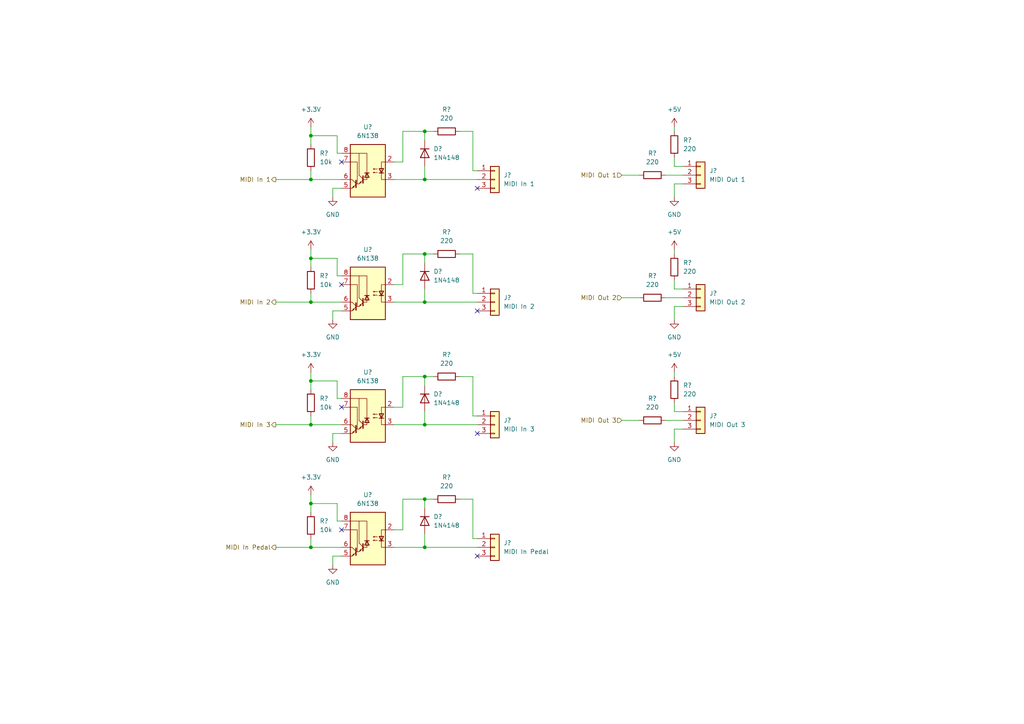
<source format=kicad_sch>
(kicad_sch (version 20211123) (generator eeschema)

  (uuid 4779ae58-6455-4376-b8e3-66e6fddf7949)

  (paper "A4")

  (lib_symbols
    (symbol "Connector_Generic:Conn_01x03" (pin_names (offset 1.016) hide) (in_bom yes) (on_board yes)
      (property "Reference" "J" (id 0) (at 0 5.08 0)
        (effects (font (size 1.27 1.27)))
      )
      (property "Value" "Conn_01x03" (id 1) (at 0 -5.08 0)
        (effects (font (size 1.27 1.27)))
      )
      (property "Footprint" "" (id 2) (at 0 0 0)
        (effects (font (size 1.27 1.27)) hide)
      )
      (property "Datasheet" "~" (id 3) (at 0 0 0)
        (effects (font (size 1.27 1.27)) hide)
      )
      (property "ki_keywords" "connector" (id 4) (at 0 0 0)
        (effects (font (size 1.27 1.27)) hide)
      )
      (property "ki_description" "Generic connector, single row, 01x03, script generated (kicad-library-utils/schlib/autogen/connector/)" (id 5) (at 0 0 0)
        (effects (font (size 1.27 1.27)) hide)
      )
      (property "ki_fp_filters" "Connector*:*_1x??_*" (id 6) (at 0 0 0)
        (effects (font (size 1.27 1.27)) hide)
      )
      (symbol "Conn_01x03_1_1"
        (rectangle (start -1.27 -2.413) (end 0 -2.667)
          (stroke (width 0.1524) (type default) (color 0 0 0 0))
          (fill (type none))
        )
        (rectangle (start -1.27 0.127) (end 0 -0.127)
          (stroke (width 0.1524) (type default) (color 0 0 0 0))
          (fill (type none))
        )
        (rectangle (start -1.27 2.667) (end 0 2.413)
          (stroke (width 0.1524) (type default) (color 0 0 0 0))
          (fill (type none))
        )
        (rectangle (start -1.27 3.81) (end 1.27 -3.81)
          (stroke (width 0.254) (type default) (color 0 0 0 0))
          (fill (type background))
        )
        (pin passive line (at -5.08 2.54 0) (length 3.81)
          (name "Pin_1" (effects (font (size 1.27 1.27))))
          (number "1" (effects (font (size 1.27 1.27))))
        )
        (pin passive line (at -5.08 0 0) (length 3.81)
          (name "Pin_2" (effects (font (size 1.27 1.27))))
          (number "2" (effects (font (size 1.27 1.27))))
        )
        (pin passive line (at -5.08 -2.54 0) (length 3.81)
          (name "Pin_3" (effects (font (size 1.27 1.27))))
          (number "3" (effects (font (size 1.27 1.27))))
        )
      )
    )
    (symbol "Device:R" (pin_numbers hide) (pin_names (offset 0)) (in_bom yes) (on_board yes)
      (property "Reference" "R" (id 0) (at 2.032 0 90)
        (effects (font (size 1.27 1.27)))
      )
      (property "Value" "R" (id 1) (at 0 0 90)
        (effects (font (size 1.27 1.27)))
      )
      (property "Footprint" "" (id 2) (at -1.778 0 90)
        (effects (font (size 1.27 1.27)) hide)
      )
      (property "Datasheet" "~" (id 3) (at 0 0 0)
        (effects (font (size 1.27 1.27)) hide)
      )
      (property "ki_keywords" "R res resistor" (id 4) (at 0 0 0)
        (effects (font (size 1.27 1.27)) hide)
      )
      (property "ki_description" "Resistor" (id 5) (at 0 0 0)
        (effects (font (size 1.27 1.27)) hide)
      )
      (property "ki_fp_filters" "R_*" (id 6) (at 0 0 0)
        (effects (font (size 1.27 1.27)) hide)
      )
      (symbol "R_0_1"
        (rectangle (start -1.016 -2.54) (end 1.016 2.54)
          (stroke (width 0.254) (type default) (color 0 0 0 0))
          (fill (type none))
        )
      )
      (symbol "R_1_1"
        (pin passive line (at 0 3.81 270) (length 1.27)
          (name "~" (effects (font (size 1.27 1.27))))
          (number "1" (effects (font (size 1.27 1.27))))
        )
        (pin passive line (at 0 -3.81 90) (length 1.27)
          (name "~" (effects (font (size 1.27 1.27))))
          (number "2" (effects (font (size 1.27 1.27))))
        )
      )
    )
    (symbol "Diode:1N4148" (pin_numbers hide) (pin_names hide) (in_bom yes) (on_board yes)
      (property "Reference" "D" (id 0) (at 0 2.54 0)
        (effects (font (size 1.27 1.27)))
      )
      (property "Value" "1N4148" (id 1) (at 0 -2.54 0)
        (effects (font (size 1.27 1.27)))
      )
      (property "Footprint" "Diode_THT:D_DO-35_SOD27_P7.62mm_Horizontal" (id 2) (at 0 0 0)
        (effects (font (size 1.27 1.27)) hide)
      )
      (property "Datasheet" "https://assets.nexperia.com/documents/data-sheet/1N4148_1N4448.pdf" (id 3) (at 0 0 0)
        (effects (font (size 1.27 1.27)) hide)
      )
      (property "ki_keywords" "diode" (id 4) (at 0 0 0)
        (effects (font (size 1.27 1.27)) hide)
      )
      (property "ki_description" "100V 0.15A standard switching diode, DO-35" (id 5) (at 0 0 0)
        (effects (font (size 1.27 1.27)) hide)
      )
      (property "ki_fp_filters" "D*DO?35*" (id 6) (at 0 0 0)
        (effects (font (size 1.27 1.27)) hide)
      )
      (symbol "1N4148_0_1"
        (polyline
          (pts
            (xy -1.27 1.27)
            (xy -1.27 -1.27)
          )
          (stroke (width 0.254) (type default) (color 0 0 0 0))
          (fill (type none))
        )
        (polyline
          (pts
            (xy 1.27 0)
            (xy -1.27 0)
          )
          (stroke (width 0) (type default) (color 0 0 0 0))
          (fill (type none))
        )
        (polyline
          (pts
            (xy 1.27 1.27)
            (xy 1.27 -1.27)
            (xy -1.27 0)
            (xy 1.27 1.27)
          )
          (stroke (width 0.254) (type default) (color 0 0 0 0))
          (fill (type none))
        )
      )
      (symbol "1N4148_1_1"
        (pin passive line (at -3.81 0 0) (length 2.54)
          (name "K" (effects (font (size 1.27 1.27))))
          (number "1" (effects (font (size 1.27 1.27))))
        )
        (pin passive line (at 3.81 0 180) (length 2.54)
          (name "A" (effects (font (size 1.27 1.27))))
          (number "2" (effects (font (size 1.27 1.27))))
        )
      )
    )
    (symbol "Isolator:6N138" (pin_names (offset 1.016) hide) (in_bom yes) (on_board yes)
      (property "Reference" "U" (id 0) (at -4.064 8.89 0)
        (effects (font (size 1.27 1.27)))
      )
      (property "Value" "6N138" (id 1) (at 2.286 8.89 0)
        (effects (font (size 1.27 1.27)))
      )
      (property "Footprint" "" (id 2) (at 7.366 -7.62 0)
        (effects (font (size 1.27 1.27)) hide)
      )
      (property "Datasheet" "http://www.onsemi.com/pub/Collateral/HCPL2731-D.pdf" (id 3) (at 7.366 -7.62 0)
        (effects (font (size 1.27 1.27)) hide)
      )
      (property "ki_keywords" "darlington optocoupler" (id 4) (at 0 0 0)
        (effects (font (size 1.27 1.27)) hide)
      )
      (property "ki_description" "Low Input Current high Gain Split Darlington Optocouplers, -0.5V to 7V VDD, DIP-8" (id 5) (at 0 0 0)
        (effects (font (size 1.27 1.27)) hide)
      )
      (property "ki_fp_filters" "DIP*W7.62mm* SMDIP*W9.53mm*" (id 6) (at 0 0 0)
        (effects (font (size 1.27 1.27)) hide)
      )
      (symbol "6N138_0_1"
        (rectangle (start -5.08 7.62) (end 5.08 -7.62)
          (stroke (width 0.254) (type default) (color 0 0 0 0))
          (fill (type background))
        )
        (polyline
          (pts
            (xy -4.572 -0.635)
            (xy -3.302 -0.635)
          )
          (stroke (width 0.254) (type default) (color 0 0 0 0))
          (fill (type none))
        )
        (polyline
          (pts
            (xy 0.889 -0.635)
            (xy -0.381 -0.635)
          )
          (stroke (width 0.254) (type default) (color 0 0 0 0))
          (fill (type none))
        )
        (polyline
          (pts
            (xy 1.397 -2.667)
            (xy 2.54 -3.81)
          )
          (stroke (width 0) (type default) (color 0 0 0 0))
          (fill (type none))
        )
        (polyline
          (pts
            (xy 1.397 -2.413)
            (xy 2.54 -1.27)
          )
          (stroke (width 0) (type default) (color 0 0 0 0))
          (fill (type none))
        )
        (polyline
          (pts
            (xy 2.54 -3.81)
            (xy 3.175 -3.81)
          )
          (stroke (width 0) (type default) (color 0 0 0 0))
          (fill (type none))
        )
        (polyline
          (pts
            (xy 3.429 -3.937)
            (xy 4.572 -5.08)
          )
          (stroke (width 0) (type default) (color 0 0 0 0))
          (fill (type none))
        )
        (polyline
          (pts
            (xy 3.429 -3.683)
            (xy 4.572 -2.54)
          )
          (stroke (width 0) (type default) (color 0 0 0 0))
          (fill (type none))
        )
        (polyline
          (pts
            (xy 4.572 -5.08)
            (xy 5.08 -5.08)
          )
          (stroke (width 0) (type default) (color 0 0 0 0))
          (fill (type none))
        )
        (polyline
          (pts
            (xy 4.572 -2.54)
            (xy 5.08 -2.54)
          )
          (stroke (width 0) (type default) (color 0 0 0 0))
          (fill (type none))
        )
        (polyline
          (pts
            (xy 1.397 -1.524)
            (xy 1.397 -3.556)
            (xy 1.397 -3.556)
          )
          (stroke (width 0.3556) (type default) (color 0 0 0 0))
          (fill (type none))
        )
        (polyline
          (pts
            (xy 2.54 -1.27)
            (xy 2.54 5.08)
            (xy 5.08 5.08)
          )
          (stroke (width 0) (type default) (color 0 0 0 0))
          (fill (type none))
        )
        (polyline
          (pts
            (xy 3.429 -2.794)
            (xy 3.429 -4.826)
            (xy 3.429 -4.826)
          )
          (stroke (width 0.3556) (type default) (color 0 0 0 0))
          (fill (type none))
        )
        (polyline
          (pts
            (xy 5.08 2.54)
            (xy 3.048 2.54)
            (xy 3.048 -3.81)
          )
          (stroke (width 0) (type default) (color 0 0 0 0))
          (fill (type none))
        )
        (polyline
          (pts
            (xy -5.08 -2.54)
            (xy -3.937 -2.54)
            (xy -3.937 2.54)
            (xy -5.08 2.54)
          )
          (stroke (width 0) (type default) (color 0 0 0 0))
          (fill (type none))
        )
        (polyline
          (pts
            (xy -3.937 -0.635)
            (xy -4.572 0.635)
            (xy -3.302 0.635)
            (xy -3.937 -0.635)
          )
          (stroke (width 0.254) (type default) (color 0 0 0 0))
          (fill (type none))
        )
        (polyline
          (pts
            (xy 0.254 -0.635)
            (xy 0.889 -1.905)
            (xy -0.381 -1.905)
            (xy 0.254 -0.635)
          )
          (stroke (width 0.254) (type default) (color 0 0 0 0))
          (fill (type none))
        )
        (polyline
          (pts
            (xy 1.27 -2.54)
            (xy 0.254 -2.54)
            (xy 0.254 5.08)
            (xy 2.54 5.08)
          )
          (stroke (width 0) (type default) (color 0 0 0 0))
          (fill (type none))
        )
        (polyline
          (pts
            (xy 2.413 -3.683)
            (xy 2.159 -3.175)
            (xy 1.905 -3.429)
            (xy 2.413 -3.683)
          )
          (stroke (width 0) (type default) (color 0 0 0 0))
          (fill (type none))
        )
        (polyline
          (pts
            (xy 4.445 -4.953)
            (xy 4.191 -4.445)
            (xy 3.937 -4.699)
            (xy 4.445 -4.953)
          )
          (stroke (width 0) (type default) (color 0 0 0 0))
          (fill (type none))
        )
        (polyline
          (pts
            (xy -2.794 -0.508)
            (xy -1.524 -0.508)
            (xy -1.905 -0.635)
            (xy -1.905 -0.381)
            (xy -1.524 -0.508)
          )
          (stroke (width 0) (type default) (color 0 0 0 0))
          (fill (type none))
        )
        (polyline
          (pts
            (xy -2.794 0.508)
            (xy -1.524 0.508)
            (xy -1.905 0.381)
            (xy -1.905 0.635)
            (xy -1.524 0.508)
          )
          (stroke (width 0) (type default) (color 0 0 0 0))
          (fill (type none))
        )
      )
      (symbol "6N138_1_1"
        (pin no_connect line (at -5.08 5.08 0) (length 2.54) hide
          (name "NC" (effects (font (size 1.27 1.27))))
          (number "1" (effects (font (size 1.27 1.27))))
        )
        (pin passive line (at -7.62 2.54 0) (length 2.54)
          (name "C1" (effects (font (size 1.27 1.27))))
          (number "2" (effects (font (size 1.27 1.27))))
        )
        (pin passive line (at -7.62 -2.54 0) (length 2.54)
          (name "C2" (effects (font (size 1.27 1.27))))
          (number "3" (effects (font (size 1.27 1.27))))
        )
        (pin no_connect line (at -5.08 -5.08 0) (length 2.54) hide
          (name "NC" (effects (font (size 1.27 1.27))))
          (number "4" (effects (font (size 1.27 1.27))))
        )
        (pin passive line (at 7.62 -5.08 180) (length 2.54)
          (name "GND" (effects (font (size 1.27 1.27))))
          (number "5" (effects (font (size 1.27 1.27))))
        )
        (pin passive line (at 7.62 -2.54 180) (length 2.54)
          (name "VO2" (effects (font (size 1.27 1.27))))
          (number "6" (effects (font (size 1.27 1.27))))
        )
        (pin passive line (at 7.62 2.54 180) (length 2.54)
          (name "VO1" (effects (font (size 1.27 1.27))))
          (number "7" (effects (font (size 1.27 1.27))))
        )
        (pin passive line (at 7.62 5.08 180) (length 2.54)
          (name "VCC" (effects (font (size 1.27 1.27))))
          (number "8" (effects (font (size 1.27 1.27))))
        )
      )
    )
    (symbol "power:+3.3V" (power) (pin_names (offset 0)) (in_bom yes) (on_board yes)
      (property "Reference" "#PWR" (id 0) (at 0 -3.81 0)
        (effects (font (size 1.27 1.27)) hide)
      )
      (property "Value" "+3.3V" (id 1) (at 0 3.556 0)
        (effects (font (size 1.27 1.27)))
      )
      (property "Footprint" "" (id 2) (at 0 0 0)
        (effects (font (size 1.27 1.27)) hide)
      )
      (property "Datasheet" "" (id 3) (at 0 0 0)
        (effects (font (size 1.27 1.27)) hide)
      )
      (property "ki_keywords" "power-flag" (id 4) (at 0 0 0)
        (effects (font (size 1.27 1.27)) hide)
      )
      (property "ki_description" "Power symbol creates a global label with name \"+3.3V\"" (id 5) (at 0 0 0)
        (effects (font (size 1.27 1.27)) hide)
      )
      (symbol "+3.3V_0_1"
        (polyline
          (pts
            (xy -0.762 1.27)
            (xy 0 2.54)
          )
          (stroke (width 0) (type default) (color 0 0 0 0))
          (fill (type none))
        )
        (polyline
          (pts
            (xy 0 0)
            (xy 0 2.54)
          )
          (stroke (width 0) (type default) (color 0 0 0 0))
          (fill (type none))
        )
        (polyline
          (pts
            (xy 0 2.54)
            (xy 0.762 1.27)
          )
          (stroke (width 0) (type default) (color 0 0 0 0))
          (fill (type none))
        )
      )
      (symbol "+3.3V_1_1"
        (pin power_in line (at 0 0 90) (length 0) hide
          (name "+3.3V" (effects (font (size 1.27 1.27))))
          (number "1" (effects (font (size 1.27 1.27))))
        )
      )
    )
    (symbol "power:+5V" (power) (pin_names (offset 0)) (in_bom yes) (on_board yes)
      (property "Reference" "#PWR" (id 0) (at 0 -3.81 0)
        (effects (font (size 1.27 1.27)) hide)
      )
      (property "Value" "+5V" (id 1) (at 0 3.556 0)
        (effects (font (size 1.27 1.27)))
      )
      (property "Footprint" "" (id 2) (at 0 0 0)
        (effects (font (size 1.27 1.27)) hide)
      )
      (property "Datasheet" "" (id 3) (at 0 0 0)
        (effects (font (size 1.27 1.27)) hide)
      )
      (property "ki_keywords" "power-flag" (id 4) (at 0 0 0)
        (effects (font (size 1.27 1.27)) hide)
      )
      (property "ki_description" "Power symbol creates a global label with name \"+5V\"" (id 5) (at 0 0 0)
        (effects (font (size 1.27 1.27)) hide)
      )
      (symbol "+5V_0_1"
        (polyline
          (pts
            (xy -0.762 1.27)
            (xy 0 2.54)
          )
          (stroke (width 0) (type default) (color 0 0 0 0))
          (fill (type none))
        )
        (polyline
          (pts
            (xy 0 0)
            (xy 0 2.54)
          )
          (stroke (width 0) (type default) (color 0 0 0 0))
          (fill (type none))
        )
        (polyline
          (pts
            (xy 0 2.54)
            (xy 0.762 1.27)
          )
          (stroke (width 0) (type default) (color 0 0 0 0))
          (fill (type none))
        )
      )
      (symbol "+5V_1_1"
        (pin power_in line (at 0 0 90) (length 0) hide
          (name "+5V" (effects (font (size 1.27 1.27))))
          (number "1" (effects (font (size 1.27 1.27))))
        )
      )
    )
    (symbol "power:GND" (power) (pin_names (offset 0)) (in_bom yes) (on_board yes)
      (property "Reference" "#PWR" (id 0) (at 0 -6.35 0)
        (effects (font (size 1.27 1.27)) hide)
      )
      (property "Value" "GND" (id 1) (at 0 -3.81 0)
        (effects (font (size 1.27 1.27)))
      )
      (property "Footprint" "" (id 2) (at 0 0 0)
        (effects (font (size 1.27 1.27)) hide)
      )
      (property "Datasheet" "" (id 3) (at 0 0 0)
        (effects (font (size 1.27 1.27)) hide)
      )
      (property "ki_keywords" "power-flag" (id 4) (at 0 0 0)
        (effects (font (size 1.27 1.27)) hide)
      )
      (property "ki_description" "Power symbol creates a global label with name \"GND\" , ground" (id 5) (at 0 0 0)
        (effects (font (size 1.27 1.27)) hide)
      )
      (symbol "GND_0_1"
        (polyline
          (pts
            (xy 0 0)
            (xy 0 -1.27)
            (xy 1.27 -1.27)
            (xy 0 -2.54)
            (xy -1.27 -1.27)
            (xy 0 -1.27)
          )
          (stroke (width 0) (type default) (color 0 0 0 0))
          (fill (type none))
        )
      )
      (symbol "GND_1_1"
        (pin power_in line (at 0 0 270) (length 0) hide
          (name "GND" (effects (font (size 1.27 1.27))))
          (number "1" (effects (font (size 1.27 1.27))))
        )
      )
    )
  )

  (junction (at 90.17 39.37) (diameter 0) (color 0 0 0 0)
    (uuid 210d4271-f4d6-48dd-a74f-14e8817b3ba1)
  )
  (junction (at 90.17 146.05) (diameter 0) (color 0 0 0 0)
    (uuid 26eadf2e-04f8-4515-832e-e2d26ed3335a)
  )
  (junction (at 90.17 52.07) (diameter 0) (color 0 0 0 0)
    (uuid 339ef85b-f1c5-4b26-aa10-c4f62865e8a3)
  )
  (junction (at 90.17 123.19) (diameter 0) (color 0 0 0 0)
    (uuid 3e983fc8-bdb4-4306-b185-b1ce824120ba)
  )
  (junction (at 123.19 144.78) (diameter 0) (color 0 0 0 0)
    (uuid 555cbba6-86c5-443b-aad6-91b7cb95dcb1)
  )
  (junction (at 90.17 87.63) (diameter 0) (color 0 0 0 0)
    (uuid 6830c747-0a10-4967-af0d-a48feaa89f31)
  )
  (junction (at 90.17 158.75) (diameter 0) (color 0 0 0 0)
    (uuid 7fea5c07-9099-4b0d-83fe-0d8d77d6a6b9)
  )
  (junction (at 123.19 87.63) (diameter 0) (color 0 0 0 0)
    (uuid a615c872-e6c3-4b2d-9808-887b68cebf62)
  )
  (junction (at 123.19 52.07) (diameter 0) (color 0 0 0 0)
    (uuid b1db2f0a-f55e-424f-92e4-bb8f4825d791)
  )
  (junction (at 123.19 73.66) (diameter 0) (color 0 0 0 0)
    (uuid b815eb8b-8d92-4d30-81c0-919d9c9cf52c)
  )
  (junction (at 123.19 123.19) (diameter 0) (color 0 0 0 0)
    (uuid bf62561c-d204-4dd5-8fe8-b368f017fdb7)
  )
  (junction (at 90.17 110.49) (diameter 0) (color 0 0 0 0)
    (uuid deb8ff06-ec78-48db-82e8-1e43af31d68a)
  )
  (junction (at 123.19 109.22) (diameter 0) (color 0 0 0 0)
    (uuid e065fb3a-f30e-4991-8dc8-25f1ba8783fd)
  )
  (junction (at 123.19 38.1) (diameter 0) (color 0 0 0 0)
    (uuid e0722dfd-2b4c-43cf-ab02-250ba5c54177)
  )
  (junction (at 123.19 158.75) (diameter 0) (color 0 0 0 0)
    (uuid e302eb99-cfdd-497a-98bd-d49fc01b4fc1)
  )
  (junction (at 90.17 74.93) (diameter 0) (color 0 0 0 0)
    (uuid f2cab15a-6794-44e6-900d-083163a59396)
  )

  (no_connect (at 99.06 118.11) (uuid 06aab128-03d4-4b48-b8df-2dd511422baa))
  (no_connect (at 99.06 46.99) (uuid 0fe205d5-d233-45c1-9778-f4548713e46e))
  (no_connect (at 138.43 161.29) (uuid 56390c46-efc2-4615-9aef-d4303967f20b))
  (no_connect (at 99.06 82.55) (uuid 88bff9df-2cb3-497a-b04d-9a960f69ba38))
  (no_connect (at 138.43 90.17) (uuid 9338fad3-87fe-4f5c-95ed-8bb5b66a071e))
  (no_connect (at 138.43 125.73) (uuid c680d0b1-3462-45cd-a3da-0e072f65be64))
  (no_connect (at 99.06 153.67) (uuid db82b939-af14-43bf-8865-9d960fbebf2b))
  (no_connect (at 138.43 54.61) (uuid ebf1d293-3c0b-411c-87b9-559e05044375))

  (wire (pts (xy 180.34 50.8) (xy 185.42 50.8))
    (stroke (width 0) (type default) (color 0 0 0 0))
    (uuid 0006b14d-762a-4d75-ae83-fb0841c3a5e9)
  )
  (wire (pts (xy 80.01 52.07) (xy 90.17 52.07))
    (stroke (width 0) (type default) (color 0 0 0 0))
    (uuid 05978150-a626-411a-bc7c-dd6f87195a3b)
  )
  (wire (pts (xy 80.01 87.63) (xy 90.17 87.63))
    (stroke (width 0) (type default) (color 0 0 0 0))
    (uuid 06644c64-4575-49d5-811b-0b72925e61f6)
  )
  (wire (pts (xy 123.19 119.38) (xy 123.19 123.19))
    (stroke (width 0) (type default) (color 0 0 0 0))
    (uuid 067ff001-643d-41f5-a389-52d580f9d8b5)
  )
  (wire (pts (xy 123.19 52.07) (xy 138.43 52.07))
    (stroke (width 0) (type default) (color 0 0 0 0))
    (uuid 0715adc1-ad3b-47ae-9c86-4288a556ee43)
  )
  (wire (pts (xy 138.43 120.65) (xy 137.16 120.65))
    (stroke (width 0) (type default) (color 0 0 0 0))
    (uuid 083c2fc3-0329-4522-86d2-b2f20684046e)
  )
  (wire (pts (xy 97.79 44.45) (xy 97.79 39.37))
    (stroke (width 0) (type default) (color 0 0 0 0))
    (uuid 08848e73-896d-4cac-a892-0eec9808fa5b)
  )
  (wire (pts (xy 116.84 118.11) (xy 116.84 109.22))
    (stroke (width 0) (type default) (color 0 0 0 0))
    (uuid 0abe80c9-e192-46a7-bfe1-02646e6642a7)
  )
  (wire (pts (xy 123.19 73.66) (xy 123.19 76.2))
    (stroke (width 0) (type default) (color 0 0 0 0))
    (uuid 0aed3aba-72ca-40e7-b966-be99d4a121c8)
  )
  (wire (pts (xy 123.19 123.19) (xy 138.43 123.19))
    (stroke (width 0) (type default) (color 0 0 0 0))
    (uuid 0c9a7e4f-622e-4174-a145-7e87e08861c1)
  )
  (wire (pts (xy 96.52 163.83) (xy 96.52 161.29))
    (stroke (width 0) (type default) (color 0 0 0 0))
    (uuid 0e452701-f8e8-4e6e-8541-36a163512562)
  )
  (wire (pts (xy 123.19 154.94) (xy 123.19 158.75))
    (stroke (width 0) (type default) (color 0 0 0 0))
    (uuid 12a5d452-7fb9-4b2e-b926-8681b19a3032)
  )
  (wire (pts (xy 123.19 38.1) (xy 123.19 40.64))
    (stroke (width 0) (type default) (color 0 0 0 0))
    (uuid 14b924e7-fa8d-4745-96e1-0adfc8822b8d)
  )
  (wire (pts (xy 96.52 57.15) (xy 96.52 54.61))
    (stroke (width 0) (type default) (color 0 0 0 0))
    (uuid 16b6fde3-5487-45d5-add2-6c66fd648d55)
  )
  (wire (pts (xy 90.17 110.49) (xy 97.79 110.49))
    (stroke (width 0) (type default) (color 0 0 0 0))
    (uuid 16bcf0d9-793d-4f2c-a89f-7f4f91c0a385)
  )
  (wire (pts (xy 90.17 74.93) (xy 97.79 74.93))
    (stroke (width 0) (type default) (color 0 0 0 0))
    (uuid 1b2c2d2e-2672-4971-b065-d83bc284a474)
  )
  (wire (pts (xy 90.17 49.53) (xy 90.17 52.07))
    (stroke (width 0) (type default) (color 0 0 0 0))
    (uuid 1f7a3821-a000-4519-84fc-8d2769af9aa9)
  )
  (wire (pts (xy 90.17 143.51) (xy 90.17 146.05))
    (stroke (width 0) (type default) (color 0 0 0 0))
    (uuid 21f49561-1e0c-4896-94bb-0a6945d3a80c)
  )
  (wire (pts (xy 137.16 49.53) (xy 137.16 38.1))
    (stroke (width 0) (type default) (color 0 0 0 0))
    (uuid 23d6c8fe-8326-4089-92d1-c765123f31fb)
  )
  (wire (pts (xy 123.19 144.78) (xy 125.73 144.78))
    (stroke (width 0) (type default) (color 0 0 0 0))
    (uuid 26b91253-acaa-451e-9b6a-fe5d59071a06)
  )
  (wire (pts (xy 90.17 146.05) (xy 90.17 148.59))
    (stroke (width 0) (type default) (color 0 0 0 0))
    (uuid 27cff0d5-0af5-4eed-a70a-4978009fbafa)
  )
  (wire (pts (xy 116.84 82.55) (xy 116.84 73.66))
    (stroke (width 0) (type default) (color 0 0 0 0))
    (uuid 2839aab5-6a9a-4045-bdf8-81c96d7f45cb)
  )
  (wire (pts (xy 193.04 121.92) (xy 198.12 121.92))
    (stroke (width 0) (type default) (color 0 0 0 0))
    (uuid 29fbcd74-df9d-43f1-aae7-13f6e3c1a681)
  )
  (wire (pts (xy 97.79 80.01) (xy 97.79 74.93))
    (stroke (width 0) (type default) (color 0 0 0 0))
    (uuid 2b118ed8-470f-4954-b070-e6b7a70da82f)
  )
  (wire (pts (xy 114.3 123.19) (xy 123.19 123.19))
    (stroke (width 0) (type default) (color 0 0 0 0))
    (uuid 31844d17-dd94-404a-881f-eaba80a79aa4)
  )
  (wire (pts (xy 137.16 120.65) (xy 137.16 109.22))
    (stroke (width 0) (type default) (color 0 0 0 0))
    (uuid 320fdb86-8072-4188-9e5d-1268beaca02a)
  )
  (wire (pts (xy 99.06 44.45) (xy 97.79 44.45))
    (stroke (width 0) (type default) (color 0 0 0 0))
    (uuid 32af7a64-0142-49b0-a971-91d67a6bc8ed)
  )
  (wire (pts (xy 123.19 109.22) (xy 125.73 109.22))
    (stroke (width 0) (type default) (color 0 0 0 0))
    (uuid 337554c9-a290-4567-9d7b-355b232ae921)
  )
  (wire (pts (xy 96.52 125.73) (xy 99.06 125.73))
    (stroke (width 0) (type default) (color 0 0 0 0))
    (uuid 36d9fa02-e019-4682-9b7a-ad1e46d27090)
  )
  (wire (pts (xy 193.04 86.36) (xy 198.12 86.36))
    (stroke (width 0) (type default) (color 0 0 0 0))
    (uuid 37f2ddd1-be2b-43e9-9958-9c6b98b77232)
  )
  (wire (pts (xy 99.06 151.13) (xy 97.79 151.13))
    (stroke (width 0) (type default) (color 0 0 0 0))
    (uuid 3c787a28-fe74-4152-b681-be00d2b4bdd1)
  )
  (wire (pts (xy 195.58 45.72) (xy 195.58 48.26))
    (stroke (width 0) (type default) (color 0 0 0 0))
    (uuid 3d9fdb42-a218-4c02-ab28-4e6b6d8ec532)
  )
  (wire (pts (xy 90.17 74.93) (xy 90.17 77.47))
    (stroke (width 0) (type default) (color 0 0 0 0))
    (uuid 404fc792-295d-4246-a888-6a3ee5341474)
  )
  (wire (pts (xy 90.17 123.19) (xy 99.06 123.19))
    (stroke (width 0) (type default) (color 0 0 0 0))
    (uuid 43bacc80-3a00-47e9-acc0-8bd93445c79d)
  )
  (wire (pts (xy 195.58 48.26) (xy 198.12 48.26))
    (stroke (width 0) (type default) (color 0 0 0 0))
    (uuid 46204493-edd5-4bf0-a3e9-e6e5d65861c7)
  )
  (wire (pts (xy 97.79 115.57) (xy 97.79 110.49))
    (stroke (width 0) (type default) (color 0 0 0 0))
    (uuid 4695ed37-8a9c-4066-a7a2-87b12037dda9)
  )
  (wire (pts (xy 96.52 54.61) (xy 99.06 54.61))
    (stroke (width 0) (type default) (color 0 0 0 0))
    (uuid 496263f2-a88d-4b27-8d47-5fb19f49c429)
  )
  (wire (pts (xy 195.58 116.84) (xy 195.58 119.38))
    (stroke (width 0) (type default) (color 0 0 0 0))
    (uuid 4c84debc-0cb3-48d6-83d1-3040382ecfbc)
  )
  (wire (pts (xy 114.3 158.75) (xy 123.19 158.75))
    (stroke (width 0) (type default) (color 0 0 0 0))
    (uuid 4d3bcfa9-6aad-4bac-8bd3-3bd8a77e69eb)
  )
  (wire (pts (xy 195.58 83.82) (xy 198.12 83.82))
    (stroke (width 0) (type default) (color 0 0 0 0))
    (uuid 51999ffb-6ec1-43de-9853-233e25866aa4)
  )
  (wire (pts (xy 137.16 109.22) (xy 133.35 109.22))
    (stroke (width 0) (type default) (color 0 0 0 0))
    (uuid 545ea97b-bd44-4109-aa85-ec2daf372c2f)
  )
  (wire (pts (xy 116.84 38.1) (xy 123.19 38.1))
    (stroke (width 0) (type default) (color 0 0 0 0))
    (uuid 602de9ab-1128-4d99-a2b0-9afe05ffb794)
  )
  (wire (pts (xy 116.84 46.99) (xy 116.84 38.1))
    (stroke (width 0) (type default) (color 0 0 0 0))
    (uuid 618ae9b6-7a2c-4f4e-850e-e1d55c998546)
  )
  (wire (pts (xy 90.17 39.37) (xy 97.79 39.37))
    (stroke (width 0) (type default) (color 0 0 0 0))
    (uuid 6445f226-aca7-40ae-8362-e6a973dd3822)
  )
  (wire (pts (xy 96.52 90.17) (xy 99.06 90.17))
    (stroke (width 0) (type default) (color 0 0 0 0))
    (uuid 64526254-4d63-4448-a5d0-ad73cfca97c1)
  )
  (wire (pts (xy 180.34 86.36) (xy 185.42 86.36))
    (stroke (width 0) (type default) (color 0 0 0 0))
    (uuid 671223ac-70a4-421f-9ecf-b7ea0810b989)
  )
  (wire (pts (xy 114.3 118.11) (xy 116.84 118.11))
    (stroke (width 0) (type default) (color 0 0 0 0))
    (uuid 69c10f4e-8deb-44e8-b215-02cbf562e4a6)
  )
  (wire (pts (xy 137.16 38.1) (xy 133.35 38.1))
    (stroke (width 0) (type default) (color 0 0 0 0))
    (uuid 6a4f250f-881b-44cf-9e72-6927ca119ca5)
  )
  (wire (pts (xy 123.19 87.63) (xy 138.43 87.63))
    (stroke (width 0) (type default) (color 0 0 0 0))
    (uuid 6ca6cb96-92bc-4219-aab8-fef35003a3a5)
  )
  (wire (pts (xy 90.17 36.83) (xy 90.17 39.37))
    (stroke (width 0) (type default) (color 0 0 0 0))
    (uuid 6d3620b2-23db-44ef-8064-9d01884f48e9)
  )
  (wire (pts (xy 123.19 109.22) (xy 123.19 111.76))
    (stroke (width 0) (type default) (color 0 0 0 0))
    (uuid 7005fb1c-3935-42c8-a1de-3e4c3176bd95)
  )
  (wire (pts (xy 195.58 119.38) (xy 198.12 119.38))
    (stroke (width 0) (type default) (color 0 0 0 0))
    (uuid 71882cc9-b0c9-4c38-9cdf-581b8364330c)
  )
  (wire (pts (xy 123.19 73.66) (xy 125.73 73.66))
    (stroke (width 0) (type default) (color 0 0 0 0))
    (uuid 73b2d33d-681c-4e16-8c09-ec9366be5eee)
  )
  (wire (pts (xy 97.79 151.13) (xy 97.79 146.05))
    (stroke (width 0) (type default) (color 0 0 0 0))
    (uuid 74516d8f-cf90-4d03-974a-3e8be0859a0d)
  )
  (wire (pts (xy 80.01 123.19) (xy 90.17 123.19))
    (stroke (width 0) (type default) (color 0 0 0 0))
    (uuid 764d3f71-97ad-4aec-843f-7363db96e3db)
  )
  (wire (pts (xy 90.17 110.49) (xy 90.17 113.03))
    (stroke (width 0) (type default) (color 0 0 0 0))
    (uuid 78e54ddb-dade-4b57-9855-73aeab590c21)
  )
  (wire (pts (xy 195.58 36.83) (xy 195.58 38.1))
    (stroke (width 0) (type default) (color 0 0 0 0))
    (uuid 7b51a269-b16f-4cc2-82de-526ca9fda77b)
  )
  (wire (pts (xy 138.43 156.21) (xy 137.16 156.21))
    (stroke (width 0) (type default) (color 0 0 0 0))
    (uuid 7c407b5e-b73b-4686-8472-a7ac776dbba8)
  )
  (wire (pts (xy 96.52 128.27) (xy 96.52 125.73))
    (stroke (width 0) (type default) (color 0 0 0 0))
    (uuid 7ca18242-ed00-40a0-9c0e-65ac4f266f69)
  )
  (wire (pts (xy 180.34 121.92) (xy 185.42 121.92))
    (stroke (width 0) (type default) (color 0 0 0 0))
    (uuid 81f2e771-c6bc-493c-8074-3b49fd35f38b)
  )
  (wire (pts (xy 96.52 92.71) (xy 96.52 90.17))
    (stroke (width 0) (type default) (color 0 0 0 0))
    (uuid 822599f2-af57-4ffe-bb69-83168ee08983)
  )
  (wire (pts (xy 90.17 72.39) (xy 90.17 74.93))
    (stroke (width 0) (type default) (color 0 0 0 0))
    (uuid 8939292d-6ccb-4c4e-b8a3-ddbaea63c56e)
  )
  (wire (pts (xy 90.17 39.37) (xy 90.17 41.91))
    (stroke (width 0) (type default) (color 0 0 0 0))
    (uuid 8c49c409-91aa-4c56-bf81-8a33f41c4f23)
  )
  (wire (pts (xy 195.58 53.34) (xy 198.12 53.34))
    (stroke (width 0) (type default) (color 0 0 0 0))
    (uuid 8dc91580-4ff3-416f-8f6b-8f9d87ca903a)
  )
  (wire (pts (xy 114.3 87.63) (xy 123.19 87.63))
    (stroke (width 0) (type default) (color 0 0 0 0))
    (uuid 8f4b6185-5ffa-4833-bba9-a8ef1b31e70c)
  )
  (wire (pts (xy 96.52 161.29) (xy 99.06 161.29))
    (stroke (width 0) (type default) (color 0 0 0 0))
    (uuid 8fa8b50d-2b1f-4d95-a32a-65fb025f9c41)
  )
  (wire (pts (xy 137.16 156.21) (xy 137.16 144.78))
    (stroke (width 0) (type default) (color 0 0 0 0))
    (uuid 904cbff7-23c0-43a3-90a5-de6052fe38e3)
  )
  (wire (pts (xy 90.17 120.65) (xy 90.17 123.19))
    (stroke (width 0) (type default) (color 0 0 0 0))
    (uuid 93871e6c-e228-4aac-92ce-44e335251abe)
  )
  (wire (pts (xy 116.84 153.67) (xy 116.84 144.78))
    (stroke (width 0) (type default) (color 0 0 0 0))
    (uuid 93fc2a90-ee95-447b-afcd-5bdf9f5471e8)
  )
  (wire (pts (xy 138.43 85.09) (xy 137.16 85.09))
    (stroke (width 0) (type default) (color 0 0 0 0))
    (uuid 9804adeb-2134-40aa-af48-f4af8d51fd05)
  )
  (wire (pts (xy 114.3 153.67) (xy 116.84 153.67))
    (stroke (width 0) (type default) (color 0 0 0 0))
    (uuid 98dc8d51-c490-449a-b7d1-b70b3e7dff8d)
  )
  (wire (pts (xy 99.06 115.57) (xy 97.79 115.57))
    (stroke (width 0) (type default) (color 0 0 0 0))
    (uuid ab72588b-a2db-413e-b6ce-c3785df5e4ad)
  )
  (wire (pts (xy 90.17 156.21) (xy 90.17 158.75))
    (stroke (width 0) (type default) (color 0 0 0 0))
    (uuid ac91e33d-e2ef-4a88-a281-21c42487c42e)
  )
  (wire (pts (xy 123.19 38.1) (xy 125.73 38.1))
    (stroke (width 0) (type default) (color 0 0 0 0))
    (uuid ae956d6f-af34-43a1-9915-671f758c9228)
  )
  (wire (pts (xy 116.84 109.22) (xy 123.19 109.22))
    (stroke (width 0) (type default) (color 0 0 0 0))
    (uuid aeb9194b-a983-408b-953c-7c8b06643a37)
  )
  (wire (pts (xy 195.58 92.71) (xy 195.58 88.9))
    (stroke (width 0) (type default) (color 0 0 0 0))
    (uuid affc6f5a-eb5f-4e61-bc00-2ae109c4e40c)
  )
  (wire (pts (xy 116.84 73.66) (xy 123.19 73.66))
    (stroke (width 0) (type default) (color 0 0 0 0))
    (uuid b15e0c58-7365-4944-b9b0-9358ec9e2359)
  )
  (wire (pts (xy 195.58 128.27) (xy 195.58 124.46))
    (stroke (width 0) (type default) (color 0 0 0 0))
    (uuid b69188c6-0271-42ef-b5a3-9f6f54e273eb)
  )
  (wire (pts (xy 137.16 85.09) (xy 137.16 73.66))
    (stroke (width 0) (type default) (color 0 0 0 0))
    (uuid b6bf065a-36bd-4da7-8517-26a5caf46e55)
  )
  (wire (pts (xy 114.3 52.07) (xy 123.19 52.07))
    (stroke (width 0) (type default) (color 0 0 0 0))
    (uuid bbc6f8b2-c437-42df-abd2-28967367b196)
  )
  (wire (pts (xy 99.06 80.01) (xy 97.79 80.01))
    (stroke (width 0) (type default) (color 0 0 0 0))
    (uuid bd2665d5-19c4-47fd-8225-8a53f7fc297f)
  )
  (wire (pts (xy 195.58 81.28) (xy 195.58 83.82))
    (stroke (width 0) (type default) (color 0 0 0 0))
    (uuid bdcf8fed-c364-474b-bb4b-dab9fbf9c266)
  )
  (wire (pts (xy 137.16 73.66) (xy 133.35 73.66))
    (stroke (width 0) (type default) (color 0 0 0 0))
    (uuid c0ccd55a-382c-4e1c-af98-046d7f3b3599)
  )
  (wire (pts (xy 123.19 158.75) (xy 138.43 158.75))
    (stroke (width 0) (type default) (color 0 0 0 0))
    (uuid c4c10b71-8e41-4f94-ab50-42f28a0ba15a)
  )
  (wire (pts (xy 137.16 144.78) (xy 133.35 144.78))
    (stroke (width 0) (type default) (color 0 0 0 0))
    (uuid c5afcff3-73ec-40cd-bfb9-c63a1bed8933)
  )
  (wire (pts (xy 90.17 107.95) (xy 90.17 110.49))
    (stroke (width 0) (type default) (color 0 0 0 0))
    (uuid c698582e-f340-420b-979c-e762ed97b99b)
  )
  (wire (pts (xy 114.3 46.99) (xy 116.84 46.99))
    (stroke (width 0) (type default) (color 0 0 0 0))
    (uuid c69d1f4d-a665-4471-9f4e-1001ac0aaed9)
  )
  (wire (pts (xy 195.58 57.15) (xy 195.58 53.34))
    (stroke (width 0) (type default) (color 0 0 0 0))
    (uuid cffad4e1-f1aa-46f1-a3aa-d45b3f9232e7)
  )
  (wire (pts (xy 114.3 82.55) (xy 116.84 82.55))
    (stroke (width 0) (type default) (color 0 0 0 0))
    (uuid d5ffd779-1c9a-4ea1-a480-f8a9ffd28321)
  )
  (wire (pts (xy 80.01 158.75) (xy 90.17 158.75))
    (stroke (width 0) (type default) (color 0 0 0 0))
    (uuid d6860066-e1c0-47c2-977e-4e201897d336)
  )
  (wire (pts (xy 195.58 124.46) (xy 198.12 124.46))
    (stroke (width 0) (type default) (color 0 0 0 0))
    (uuid da0485ac-fa2b-477f-8a5b-76430cc4614f)
  )
  (wire (pts (xy 138.43 49.53) (xy 137.16 49.53))
    (stroke (width 0) (type default) (color 0 0 0 0))
    (uuid de3b6907-3c0f-4296-adb0-4620f3273439)
  )
  (wire (pts (xy 123.19 48.26) (xy 123.19 52.07))
    (stroke (width 0) (type default) (color 0 0 0 0))
    (uuid e124afb8-0e24-49e1-bdae-c2ae68b71db7)
  )
  (wire (pts (xy 193.04 50.8) (xy 198.12 50.8))
    (stroke (width 0) (type default) (color 0 0 0 0))
    (uuid e711cb3e-109c-48a3-8806-8faa39294703)
  )
  (wire (pts (xy 90.17 158.75) (xy 99.06 158.75))
    (stroke (width 0) (type default) (color 0 0 0 0))
    (uuid e789714d-b371-48ba-bc2e-dcd735d8ed2e)
  )
  (wire (pts (xy 195.58 72.39) (xy 195.58 73.66))
    (stroke (width 0) (type default) (color 0 0 0 0))
    (uuid e9c5c4ad-0ece-4f67-815c-00fed1eb8853)
  )
  (wire (pts (xy 90.17 52.07) (xy 99.06 52.07))
    (stroke (width 0) (type default) (color 0 0 0 0))
    (uuid ee0a909d-9d95-4486-84fb-5bf1ab3a6643)
  )
  (wire (pts (xy 195.58 107.95) (xy 195.58 109.22))
    (stroke (width 0) (type default) (color 0 0 0 0))
    (uuid ef386d0d-da7a-4d23-b87e-f513f384482f)
  )
  (wire (pts (xy 90.17 85.09) (xy 90.17 87.63))
    (stroke (width 0) (type default) (color 0 0 0 0))
    (uuid f883749b-2a23-4570-8a27-2fa55d2b923e)
  )
  (wire (pts (xy 116.84 144.78) (xy 123.19 144.78))
    (stroke (width 0) (type default) (color 0 0 0 0))
    (uuid f91cf65a-0ca1-4f9c-ae50-83518db7b368)
  )
  (wire (pts (xy 90.17 146.05) (xy 97.79 146.05))
    (stroke (width 0) (type default) (color 0 0 0 0))
    (uuid facb3983-f969-4b53-a58b-a78743618750)
  )
  (wire (pts (xy 123.19 144.78) (xy 123.19 147.32))
    (stroke (width 0) (type default) (color 0 0 0 0))
    (uuid fb82bc1f-df12-4b82-808d-5f1d8f075255)
  )
  (wire (pts (xy 123.19 83.82) (xy 123.19 87.63))
    (stroke (width 0) (type default) (color 0 0 0 0))
    (uuid fc226ab2-c098-4cf3-a935-58a919deb632)
  )
  (wire (pts (xy 90.17 87.63) (xy 99.06 87.63))
    (stroke (width 0) (type default) (color 0 0 0 0))
    (uuid fe674ccd-2b1c-40c7-8f8e-1426ccad087d)
  )
  (wire (pts (xy 195.58 88.9) (xy 198.12 88.9))
    (stroke (width 0) (type default) (color 0 0 0 0))
    (uuid ffae1518-734b-4845-b898-cd13d9b7245b)
  )

  (hierarchical_label "MIDI Out 2" (shape input) (at 180.34 86.36 180)
    (effects (font (size 1.27 1.27)) (justify right))
    (uuid 288cae58-bd42-4e4e-9dec-77fbb640cdd2)
  )
  (hierarchical_label "MIDI Out 1" (shape input) (at 180.34 50.8 180)
    (effects (font (size 1.27 1.27)) (justify right))
    (uuid 2c4e689b-37bf-46ed-a4b5-f7ffd4610f7d)
  )
  (hierarchical_label "MIDI In 2" (shape output) (at 80.01 87.63 180)
    (effects (font (size 1.27 1.27)) (justify right))
    (uuid 8f761a5c-8b24-48db-8237-f9df4e83820b)
  )
  (hierarchical_label "MIDI In Pedal" (shape output) (at 80.01 158.75 180)
    (effects (font (size 1.27 1.27)) (justify right))
    (uuid 92ae8ca6-8af6-445a-be25-b7b490542007)
  )
  (hierarchical_label "MIDI In 1" (shape output) (at 80.01 52.07 180)
    (effects (font (size 1.27 1.27)) (justify right))
    (uuid c12c17d8-4391-47c9-a0fe-ceae0817e93f)
  )
  (hierarchical_label "MIDI Out 3" (shape input) (at 180.34 121.92 180)
    (effects (font (size 1.27 1.27)) (justify right))
    (uuid c875914d-8ea8-4418-989b-2186077824db)
  )
  (hierarchical_label "MIDI In 3" (shape output) (at 80.01 123.19 180)
    (effects (font (size 1.27 1.27)) (justify right))
    (uuid eb71b7e8-da44-440e-adf7-4b77fc8cec8a)
  )

  (symbol (lib_id "Connector_Generic:Conn_01x03") (at 143.51 123.19 0) (unit 1)
    (in_bom yes) (on_board yes) (fields_autoplaced)
    (uuid 020dcc89-3852-4a26-8860-6a6e97d4cf73)
    (property "Reference" "J?" (id 0) (at 146.05 121.9199 0)
      (effects (font (size 1.27 1.27)) (justify left))
    )
    (property "Value" "MIDI In 3" (id 1) (at 146.05 124.4599 0)
      (effects (font (size 1.27 1.27)) (justify left))
    )
    (property "Footprint" "" (id 2) (at 143.51 123.19 0)
      (effects (font (size 1.27 1.27)) hide)
    )
    (property "Datasheet" "~" (id 3) (at 143.51 123.19 0)
      (effects (font (size 1.27 1.27)) hide)
    )
    (pin "1" (uuid e04ef5b5-4193-4625-8f49-f11f9a142213))
    (pin "2" (uuid 4111760d-005b-4029-bb3c-bc7b808bd888))
    (pin "3" (uuid d4ab0956-9149-47a5-b866-d9e49236c06e))
  )

  (symbol (lib_id "Device:R") (at 129.54 144.78 270) (unit 1)
    (in_bom yes) (on_board yes) (fields_autoplaced)
    (uuid 0756a5a5-fb8f-482c-a696-5d0c3f2ee3a4)
    (property "Reference" "R?" (id 0) (at 129.54 138.43 90))
    (property "Value" "220" (id 1) (at 129.54 140.97 90))
    (property "Footprint" "Resistor_THT:R_Axial_DIN0204_L3.6mm_D1.6mm_P2.54mm_Vertical" (id 2) (at 129.54 143.002 90)
      (effects (font (size 1.27 1.27)) hide)
    )
    (property "Datasheet" "~" (id 3) (at 129.54 144.78 0)
      (effects (font (size 1.27 1.27)) hide)
    )
    (pin "1" (uuid 7dc4b221-abcf-4da0-831f-8646a5400cff))
    (pin "2" (uuid a77e2829-357a-4004-ad47-750db374ce12))
  )

  (symbol (lib_id "power:GND") (at 96.52 92.71 0) (unit 1)
    (in_bom yes) (on_board yes) (fields_autoplaced)
    (uuid 08fe8aec-aabf-421b-b0ac-9372640c1a3c)
    (property "Reference" "#PWR?" (id 0) (at 96.52 99.06 0)
      (effects (font (size 1.27 1.27)) hide)
    )
    (property "Value" "GND" (id 1) (at 96.52 97.79 0))
    (property "Footprint" "" (id 2) (at 96.52 92.71 0)
      (effects (font (size 1.27 1.27)) hide)
    )
    (property "Datasheet" "" (id 3) (at 96.52 92.71 0)
      (effects (font (size 1.27 1.27)) hide)
    )
    (pin "1" (uuid 92e392ef-67e9-425f-a5ff-90f035ab25d5))
  )

  (symbol (lib_id "power:GND") (at 195.58 92.71 0) (unit 1)
    (in_bom yes) (on_board yes) (fields_autoplaced)
    (uuid 0bec2e61-09ec-4406-b7de-e4b1340a9713)
    (property "Reference" "#PWR?" (id 0) (at 195.58 99.06 0)
      (effects (font (size 1.27 1.27)) hide)
    )
    (property "Value" "GND" (id 1) (at 195.58 97.79 0))
    (property "Footprint" "" (id 2) (at 195.58 92.71 0)
      (effects (font (size 1.27 1.27)) hide)
    )
    (property "Datasheet" "" (id 3) (at 195.58 92.71 0)
      (effects (font (size 1.27 1.27)) hide)
    )
    (pin "1" (uuid e638d4ee-361b-42f6-a64b-cefe1cb74deb))
  )

  (symbol (lib_id "power:+3.3V") (at 90.17 36.83 0) (unit 1)
    (in_bom yes) (on_board yes) (fields_autoplaced)
    (uuid 15218ad1-837f-437f-8ec6-6b7b731a5d0b)
    (property "Reference" "#PWR?" (id 0) (at 90.17 40.64 0)
      (effects (font (size 1.27 1.27)) hide)
    )
    (property "Value" "+3.3V" (id 1) (at 90.17 31.75 0))
    (property "Footprint" "" (id 2) (at 90.17 36.83 0)
      (effects (font (size 1.27 1.27)) hide)
    )
    (property "Datasheet" "" (id 3) (at 90.17 36.83 0)
      (effects (font (size 1.27 1.27)) hide)
    )
    (pin "1" (uuid 76e34e9e-6d9d-41bf-9bae-a87ce8a1d2df))
  )

  (symbol (lib_id "power:+3.3V") (at 90.17 107.95 0) (unit 1)
    (in_bom yes) (on_board yes) (fields_autoplaced)
    (uuid 2469834d-abfa-46ef-a67a-561f7d30342e)
    (property "Reference" "#PWR?" (id 0) (at 90.17 111.76 0)
      (effects (font (size 1.27 1.27)) hide)
    )
    (property "Value" "+3.3V" (id 1) (at 90.17 102.87 0))
    (property "Footprint" "" (id 2) (at 90.17 107.95 0)
      (effects (font (size 1.27 1.27)) hide)
    )
    (property "Datasheet" "" (id 3) (at 90.17 107.95 0)
      (effects (font (size 1.27 1.27)) hide)
    )
    (pin "1" (uuid 4e68e4e2-ef1f-4822-95e1-a723d772619b))
  )

  (symbol (lib_id "Device:R") (at 90.17 152.4 0) (unit 1)
    (in_bom yes) (on_board yes) (fields_autoplaced)
    (uuid 2a977f69-4d90-4d9e-a8f6-39fa5673b438)
    (property "Reference" "R?" (id 0) (at 92.71 151.1299 0)
      (effects (font (size 1.27 1.27)) (justify left))
    )
    (property "Value" "10k" (id 1) (at 92.71 153.6699 0)
      (effects (font (size 1.27 1.27)) (justify left))
    )
    (property "Footprint" "Resistor_THT:R_Axial_DIN0204_L3.6mm_D1.6mm_P2.54mm_Vertical" (id 2) (at 88.392 152.4 90)
      (effects (font (size 1.27 1.27)) hide)
    )
    (property "Datasheet" "~" (id 3) (at 90.17 152.4 0)
      (effects (font (size 1.27 1.27)) hide)
    )
    (pin "1" (uuid c34843ac-b0e8-43e5-9392-178e26a9757e))
    (pin "2" (uuid 921511d6-da76-47c2-ac21-724621eb8587))
  )

  (symbol (lib_id "Device:R") (at 90.17 116.84 0) (unit 1)
    (in_bom yes) (on_board yes) (fields_autoplaced)
    (uuid 30d65eab-2c97-47e8-9338-7beb19d29d8b)
    (property "Reference" "R?" (id 0) (at 92.71 115.5699 0)
      (effects (font (size 1.27 1.27)) (justify left))
    )
    (property "Value" "10k" (id 1) (at 92.71 118.1099 0)
      (effects (font (size 1.27 1.27)) (justify left))
    )
    (property "Footprint" "Resistor_THT:R_Axial_DIN0204_L3.6mm_D1.6mm_P2.54mm_Vertical" (id 2) (at 88.392 116.84 90)
      (effects (font (size 1.27 1.27)) hide)
    )
    (property "Datasheet" "~" (id 3) (at 90.17 116.84 0)
      (effects (font (size 1.27 1.27)) hide)
    )
    (pin "1" (uuid 2e8785b2-3753-4895-b02c-48684ad1d491))
    (pin "2" (uuid 0cf45a81-e7e6-43ec-b3c7-ba6223ef9e5b))
  )

  (symbol (lib_id "Diode:1N4148") (at 123.19 44.45 270) (unit 1)
    (in_bom yes) (on_board yes) (fields_autoplaced)
    (uuid 371544cf-732c-49f9-9a1f-c863379b92a0)
    (property "Reference" "D?" (id 0) (at 125.73 43.1799 90)
      (effects (font (size 1.27 1.27)) (justify left))
    )
    (property "Value" "1N4148" (id 1) (at 125.73 45.7199 90)
      (effects (font (size 1.27 1.27)) (justify left))
    )
    (property "Footprint" "Diode_THT:D_DO-35_SOD27_P7.62mm_Horizontal" (id 2) (at 123.19 44.45 0)
      (effects (font (size 1.27 1.27)) hide)
    )
    (property "Datasheet" "https://assets.nexperia.com/documents/data-sheet/1N4148_1N4448.pdf" (id 3) (at 123.19 44.45 0)
      (effects (font (size 1.27 1.27)) hide)
    )
    (pin "1" (uuid 86a8ecc0-6622-414e-984a-5d00d322419f))
    (pin "2" (uuid 5912fc82-ab8e-4490-99cb-dc97cb0abb22))
  )

  (symbol (lib_id "Device:R") (at 189.23 121.92 90) (unit 1)
    (in_bom yes) (on_board yes) (fields_autoplaced)
    (uuid 388eb846-2e27-4a55-bd44-1c261e7d0607)
    (property "Reference" "R?" (id 0) (at 189.23 115.57 90))
    (property "Value" "220" (id 1) (at 189.23 118.11 90))
    (property "Footprint" "Resistor_THT:R_Axial_DIN0204_L3.6mm_D1.6mm_P2.54mm_Vertical" (id 2) (at 189.23 123.698 90)
      (effects (font (size 1.27 1.27)) hide)
    )
    (property "Datasheet" "~" (id 3) (at 189.23 121.92 0)
      (effects (font (size 1.27 1.27)) hide)
    )
    (pin "1" (uuid 7d3d5d66-6d6b-4fdb-9263-3d7fdd8694cd))
    (pin "2" (uuid cbde9098-d24f-4cfc-8662-5e35e18b3c24))
  )

  (symbol (lib_id "Connector_Generic:Conn_01x03") (at 203.2 50.8 0) (unit 1)
    (in_bom yes) (on_board yes) (fields_autoplaced)
    (uuid 3e9e794b-76b7-451c-9b26-f8f952e29a2d)
    (property "Reference" "J?" (id 0) (at 205.74 49.5299 0)
      (effects (font (size 1.27 1.27)) (justify left))
    )
    (property "Value" "MIDI Out 1" (id 1) (at 205.74 52.0699 0)
      (effects (font (size 1.27 1.27)) (justify left))
    )
    (property "Footprint" "" (id 2) (at 203.2 50.8 0)
      (effects (font (size 1.27 1.27)) hide)
    )
    (property "Datasheet" "~" (id 3) (at 203.2 50.8 0)
      (effects (font (size 1.27 1.27)) hide)
    )
    (pin "1" (uuid 350c1a7d-8abe-4ddc-b01a-66adb19f9c2c))
    (pin "2" (uuid 17fc1cd3-b05e-4002-aefb-296a359803f0))
    (pin "3" (uuid ce637428-7558-43d0-bc0a-a0fc9d41b095))
  )

  (symbol (lib_id "power:GND") (at 195.58 128.27 0) (unit 1)
    (in_bom yes) (on_board yes) (fields_autoplaced)
    (uuid 4916078a-2578-4489-91eb-d23a1189f59a)
    (property "Reference" "#PWR?" (id 0) (at 195.58 134.62 0)
      (effects (font (size 1.27 1.27)) hide)
    )
    (property "Value" "GND" (id 1) (at 195.58 133.35 0))
    (property "Footprint" "" (id 2) (at 195.58 128.27 0)
      (effects (font (size 1.27 1.27)) hide)
    )
    (property "Datasheet" "" (id 3) (at 195.58 128.27 0)
      (effects (font (size 1.27 1.27)) hide)
    )
    (pin "1" (uuid cea26853-6248-4bdc-8109-ce4f9358e788))
  )

  (symbol (lib_id "Connector_Generic:Conn_01x03") (at 143.51 52.07 0) (unit 1)
    (in_bom yes) (on_board yes) (fields_autoplaced)
    (uuid 594e2a0e-6d2f-4781-8af4-e6af939bc2b5)
    (property "Reference" "J?" (id 0) (at 146.05 50.7999 0)
      (effects (font (size 1.27 1.27)) (justify left))
    )
    (property "Value" "MIDI In 1" (id 1) (at 146.05 53.3399 0)
      (effects (font (size 1.27 1.27)) (justify left))
    )
    (property "Footprint" "" (id 2) (at 143.51 52.07 0)
      (effects (font (size 1.27 1.27)) hide)
    )
    (property "Datasheet" "~" (id 3) (at 143.51 52.07 0)
      (effects (font (size 1.27 1.27)) hide)
    )
    (pin "1" (uuid e5580924-4be2-4e38-8fc9-46ffcdd474fd))
    (pin "2" (uuid d30364a9-fe36-42ab-bc61-fd73eaa97efe))
    (pin "3" (uuid f368a96b-6db2-4f95-a0dc-5b9be60c7c34))
  )

  (symbol (lib_id "Connector_Generic:Conn_01x03") (at 143.51 87.63 0) (unit 1)
    (in_bom yes) (on_board yes) (fields_autoplaced)
    (uuid 5bfb5993-d34a-4321-939a-271902dea51f)
    (property "Reference" "J?" (id 0) (at 146.05 86.3599 0)
      (effects (font (size 1.27 1.27)) (justify left))
    )
    (property "Value" "MIDI In 2" (id 1) (at 146.05 88.8999 0)
      (effects (font (size 1.27 1.27)) (justify left))
    )
    (property "Footprint" "" (id 2) (at 143.51 87.63 0)
      (effects (font (size 1.27 1.27)) hide)
    )
    (property "Datasheet" "~" (id 3) (at 143.51 87.63 0)
      (effects (font (size 1.27 1.27)) hide)
    )
    (pin "1" (uuid c6f35395-c095-4ef0-b287-b4f2da72404d))
    (pin "2" (uuid d6544ec3-0eac-46e1-837d-711fcc38f919))
    (pin "3" (uuid b9124755-72ce-40f7-8310-616dd9b41fd4))
  )

  (symbol (lib_id "power:+5V") (at 195.58 72.39 0) (unit 1)
    (in_bom yes) (on_board yes) (fields_autoplaced)
    (uuid 5de6465a-0564-4ace-8433-b3a96bcb1fcc)
    (property "Reference" "#PWR?" (id 0) (at 195.58 76.2 0)
      (effects (font (size 1.27 1.27)) hide)
    )
    (property "Value" "+5V" (id 1) (at 195.58 67.31 0))
    (property "Footprint" "" (id 2) (at 195.58 72.39 0)
      (effects (font (size 1.27 1.27)) hide)
    )
    (property "Datasheet" "" (id 3) (at 195.58 72.39 0)
      (effects (font (size 1.27 1.27)) hide)
    )
    (pin "1" (uuid f4178530-82bf-437e-bd67-af0d005d6d94))
  )

  (symbol (lib_id "Device:R") (at 189.23 50.8 90) (unit 1)
    (in_bom yes) (on_board yes) (fields_autoplaced)
    (uuid 60fac17a-b629-4144-9a7e-68e75cce5ba1)
    (property "Reference" "R?" (id 0) (at 189.23 44.45 90))
    (property "Value" "220" (id 1) (at 189.23 46.99 90))
    (property "Footprint" "Resistor_THT:R_Axial_DIN0204_L3.6mm_D1.6mm_P2.54mm_Vertical" (id 2) (at 189.23 52.578 90)
      (effects (font (size 1.27 1.27)) hide)
    )
    (property "Datasheet" "~" (id 3) (at 189.23 50.8 0)
      (effects (font (size 1.27 1.27)) hide)
    )
    (pin "1" (uuid 5df6bd96-a929-409c-b7cb-d7c7fda59092))
    (pin "2" (uuid b3022a08-e128-463b-95d7-07d30a691de9))
  )

  (symbol (lib_id "Diode:1N4148") (at 123.19 80.01 270) (unit 1)
    (in_bom yes) (on_board yes) (fields_autoplaced)
    (uuid 62dee09f-a23d-44b9-9734-bfb6ca06e840)
    (property "Reference" "D?" (id 0) (at 125.73 78.7399 90)
      (effects (font (size 1.27 1.27)) (justify left))
    )
    (property "Value" "1N4148" (id 1) (at 125.73 81.2799 90)
      (effects (font (size 1.27 1.27)) (justify left))
    )
    (property "Footprint" "Diode_THT:D_DO-35_SOD27_P7.62mm_Horizontal" (id 2) (at 123.19 80.01 0)
      (effects (font (size 1.27 1.27)) hide)
    )
    (property "Datasheet" "https://assets.nexperia.com/documents/data-sheet/1N4148_1N4448.pdf" (id 3) (at 123.19 80.01 0)
      (effects (font (size 1.27 1.27)) hide)
    )
    (pin "1" (uuid 8849b5c7-cef2-4921-b340-5f43e7c5e25a))
    (pin "2" (uuid 8277e1d0-f5c3-4904-9f4f-d494a19e879b))
  )

  (symbol (lib_id "Isolator:6N138") (at 106.68 85.09 0) (mirror y) (unit 1)
    (in_bom yes) (on_board yes) (fields_autoplaced)
    (uuid 63ff5899-a970-43ca-811e-6578e4664725)
    (property "Reference" "U?" (id 0) (at 106.68 72.39 0))
    (property "Value" "6N138" (id 1) (at 106.68 74.93 0))
    (property "Footprint" "Package_DIP:DIP-8_W7.62mm" (id 2) (at 99.314 92.71 0)
      (effects (font (size 1.27 1.27)) hide)
    )
    (property "Datasheet" "http://www.onsemi.com/pub/Collateral/HCPL2731-D.pdf" (id 3) (at 99.314 92.71 0)
      (effects (font (size 1.27 1.27)) hide)
    )
    (pin "1" (uuid 87a90ca5-d347-4adb-a1a3-45578fe81d10))
    (pin "2" (uuid 7531faa6-5430-4e30-b060-928b78246b5f))
    (pin "3" (uuid 7c9cec7c-7bd1-4ad7-80af-5dbdb0917070))
    (pin "4" (uuid e7b079d4-6167-48af-b505-2d0c980e8125))
    (pin "5" (uuid eb4aedee-0348-4969-a7f8-a44c6b94fb2f))
    (pin "6" (uuid 8ce6ddad-8ff5-4a44-990a-c80240a81ad0))
    (pin "7" (uuid 3d0de7eb-2e05-487a-9530-71efe4b53cc2))
    (pin "8" (uuid ef8106fa-f86d-4ac5-bd4e-e5a925add1ac))
  )

  (symbol (lib_id "power:+5V") (at 195.58 36.83 0) (unit 1)
    (in_bom yes) (on_board yes) (fields_autoplaced)
    (uuid 78c84191-87d7-4105-a0ae-0dd9a2585768)
    (property "Reference" "#PWR?" (id 0) (at 195.58 40.64 0)
      (effects (font (size 1.27 1.27)) hide)
    )
    (property "Value" "+5V" (id 1) (at 195.58 31.75 0))
    (property "Footprint" "" (id 2) (at 195.58 36.83 0)
      (effects (font (size 1.27 1.27)) hide)
    )
    (property "Datasheet" "" (id 3) (at 195.58 36.83 0)
      (effects (font (size 1.27 1.27)) hide)
    )
    (pin "1" (uuid ed2f9128-534c-46a9-9f42-6e4b00109ece))
  )

  (symbol (lib_id "Device:R") (at 129.54 73.66 270) (unit 1)
    (in_bom yes) (on_board yes) (fields_autoplaced)
    (uuid 7fec4641-e939-4e8d-8ba3-4f599647d1ca)
    (property "Reference" "R?" (id 0) (at 129.54 67.31 90))
    (property "Value" "220" (id 1) (at 129.54 69.85 90))
    (property "Footprint" "Resistor_THT:R_Axial_DIN0204_L3.6mm_D1.6mm_P2.54mm_Vertical" (id 2) (at 129.54 71.882 90)
      (effects (font (size 1.27 1.27)) hide)
    )
    (property "Datasheet" "~" (id 3) (at 129.54 73.66 0)
      (effects (font (size 1.27 1.27)) hide)
    )
    (pin "1" (uuid 190e46eb-eabe-4258-80bf-99fcd6c234d7))
    (pin "2" (uuid a15cef6a-7d63-446c-a117-64eb6c0c5c39))
  )

  (symbol (lib_id "power:+3.3V") (at 90.17 143.51 0) (unit 1)
    (in_bom yes) (on_board yes) (fields_autoplaced)
    (uuid 851ab6be-440e-423d-9747-fb1c0f2f6982)
    (property "Reference" "#PWR?" (id 0) (at 90.17 147.32 0)
      (effects (font (size 1.27 1.27)) hide)
    )
    (property "Value" "+3.3V" (id 1) (at 90.17 138.43 0))
    (property "Footprint" "" (id 2) (at 90.17 143.51 0)
      (effects (font (size 1.27 1.27)) hide)
    )
    (property "Datasheet" "" (id 3) (at 90.17 143.51 0)
      (effects (font (size 1.27 1.27)) hide)
    )
    (pin "1" (uuid 4081a840-7c9b-400f-b370-667b348672d4))
  )

  (symbol (lib_id "power:GND") (at 96.52 163.83 0) (unit 1)
    (in_bom yes) (on_board yes) (fields_autoplaced)
    (uuid 85ef8ace-03fa-4c91-85d0-31f4235199b3)
    (property "Reference" "#PWR?" (id 0) (at 96.52 170.18 0)
      (effects (font (size 1.27 1.27)) hide)
    )
    (property "Value" "GND" (id 1) (at 96.52 168.91 0))
    (property "Footprint" "" (id 2) (at 96.52 163.83 0)
      (effects (font (size 1.27 1.27)) hide)
    )
    (property "Datasheet" "" (id 3) (at 96.52 163.83 0)
      (effects (font (size 1.27 1.27)) hide)
    )
    (pin "1" (uuid 3c130f53-3aa5-423a-a3d6-b203ff8eae13))
  )

  (symbol (lib_id "Device:R") (at 195.58 77.47 180) (unit 1)
    (in_bom yes) (on_board yes) (fields_autoplaced)
    (uuid 8c5b2454-e453-4d30-be9e-dbf05c6de048)
    (property "Reference" "R?" (id 0) (at 198.12 76.1999 0)
      (effects (font (size 1.27 1.27)) (justify right))
    )
    (property "Value" "220" (id 1) (at 198.12 78.7399 0)
      (effects (font (size 1.27 1.27)) (justify right))
    )
    (property "Footprint" "Resistor_THT:R_Axial_DIN0204_L3.6mm_D1.6mm_P2.54mm_Vertical" (id 2) (at 197.358 77.47 90)
      (effects (font (size 1.27 1.27)) hide)
    )
    (property "Datasheet" "~" (id 3) (at 195.58 77.47 0)
      (effects (font (size 1.27 1.27)) hide)
    )
    (pin "1" (uuid 80f5e17b-e822-4336-b60c-6bcc4d614e1c))
    (pin "2" (uuid 817fdd04-0816-4654-b9ff-5bc158dd52b9))
  )

  (symbol (lib_id "power:GND") (at 96.52 128.27 0) (unit 1)
    (in_bom yes) (on_board yes) (fields_autoplaced)
    (uuid 9b71dbd2-1d23-4bbb-ba3a-dfb609be8e96)
    (property "Reference" "#PWR?" (id 0) (at 96.52 134.62 0)
      (effects (font (size 1.27 1.27)) hide)
    )
    (property "Value" "GND" (id 1) (at 96.52 133.35 0))
    (property "Footprint" "" (id 2) (at 96.52 128.27 0)
      (effects (font (size 1.27 1.27)) hide)
    )
    (property "Datasheet" "" (id 3) (at 96.52 128.27 0)
      (effects (font (size 1.27 1.27)) hide)
    )
    (pin "1" (uuid b55045bc-e723-4d14-b066-e98ae5443f4a))
  )

  (symbol (lib_id "power:+5V") (at 195.58 107.95 0) (unit 1)
    (in_bom yes) (on_board yes) (fields_autoplaced)
    (uuid aa4d3c34-e3ef-4a89-8a61-8897242bb58c)
    (property "Reference" "#PWR?" (id 0) (at 195.58 111.76 0)
      (effects (font (size 1.27 1.27)) hide)
    )
    (property "Value" "+5V" (id 1) (at 195.58 102.87 0))
    (property "Footprint" "" (id 2) (at 195.58 107.95 0)
      (effects (font (size 1.27 1.27)) hide)
    )
    (property "Datasheet" "" (id 3) (at 195.58 107.95 0)
      (effects (font (size 1.27 1.27)) hide)
    )
    (pin "1" (uuid c00b3a12-551a-4b67-8a8a-725bd2531815))
  )

  (symbol (lib_id "Isolator:6N138") (at 106.68 49.53 0) (mirror y) (unit 1)
    (in_bom yes) (on_board yes) (fields_autoplaced)
    (uuid aa699e8f-0c4a-45ec-ab9d-2acaf7818791)
    (property "Reference" "U?" (id 0) (at 106.68 36.83 0))
    (property "Value" "6N138" (id 1) (at 106.68 39.37 0))
    (property "Footprint" "Package_DIP:DIP-8_W7.62mm" (id 2) (at 99.314 57.15 0)
      (effects (font (size 1.27 1.27)) hide)
    )
    (property "Datasheet" "http://www.onsemi.com/pub/Collateral/HCPL2731-D.pdf" (id 3) (at 99.314 57.15 0)
      (effects (font (size 1.27 1.27)) hide)
    )
    (pin "1" (uuid d41888f3-068b-42d5-8625-160a2aabbecd))
    (pin "2" (uuid 3002dcdb-8df5-48c0-a6d5-5becfe90dc83))
    (pin "3" (uuid bf3fb2b8-4b6a-4433-a1ec-12f4fbfa1f5b))
    (pin "4" (uuid 1c677360-d31f-403f-b5c7-fc47c5abd59e))
    (pin "5" (uuid 857e5f4a-bdb9-4347-992a-ffe245585dc9))
    (pin "6" (uuid 81af4fd1-eb45-4983-a940-7a170bc55229))
    (pin "7" (uuid f47f3ed5-6678-4245-b6f5-df45cbe3930c))
    (pin "8" (uuid 5d141932-21cc-40c9-8106-5a65a149a4cb))
  )

  (symbol (lib_id "Device:R") (at 195.58 41.91 180) (unit 1)
    (in_bom yes) (on_board yes) (fields_autoplaced)
    (uuid abf63384-04fd-4b2a-8f57-027b732785eb)
    (property "Reference" "R?" (id 0) (at 198.12 40.6399 0)
      (effects (font (size 1.27 1.27)) (justify right))
    )
    (property "Value" "220" (id 1) (at 198.12 43.1799 0)
      (effects (font (size 1.27 1.27)) (justify right))
    )
    (property "Footprint" "Resistor_THT:R_Axial_DIN0204_L3.6mm_D1.6mm_P2.54mm_Vertical" (id 2) (at 197.358 41.91 90)
      (effects (font (size 1.27 1.27)) hide)
    )
    (property "Datasheet" "~" (id 3) (at 195.58 41.91 0)
      (effects (font (size 1.27 1.27)) hide)
    )
    (pin "1" (uuid 23b29bf6-04be-414c-8083-f5e2058625a2))
    (pin "2" (uuid 2ea3d865-7791-4237-8d72-4d3c804f77e2))
  )

  (symbol (lib_id "Connector_Generic:Conn_01x03") (at 203.2 121.92 0) (unit 1)
    (in_bom yes) (on_board yes) (fields_autoplaced)
    (uuid b14ba624-12b0-4c3a-a21e-01086804c4d0)
    (property "Reference" "J?" (id 0) (at 205.74 120.6499 0)
      (effects (font (size 1.27 1.27)) (justify left))
    )
    (property "Value" "MIDI Out 3" (id 1) (at 205.74 123.1899 0)
      (effects (font (size 1.27 1.27)) (justify left))
    )
    (property "Footprint" "" (id 2) (at 203.2 121.92 0)
      (effects (font (size 1.27 1.27)) hide)
    )
    (property "Datasheet" "~" (id 3) (at 203.2 121.92 0)
      (effects (font (size 1.27 1.27)) hide)
    )
    (pin "1" (uuid 119e3f85-d7da-430a-b41a-7c2db5b19685))
    (pin "2" (uuid e8afc686-dda9-4e00-b26b-73adf74c51c3))
    (pin "3" (uuid 7e0d6565-7a86-49c0-800b-fd29fd36ee72))
  )

  (symbol (lib_id "Diode:1N4148") (at 123.19 115.57 270) (unit 1)
    (in_bom yes) (on_board yes) (fields_autoplaced)
    (uuid b228f543-94b2-423f-8c57-33926b4d8a5c)
    (property "Reference" "D?" (id 0) (at 125.73 114.2999 90)
      (effects (font (size 1.27 1.27)) (justify left))
    )
    (property "Value" "1N4148" (id 1) (at 125.73 116.8399 90)
      (effects (font (size 1.27 1.27)) (justify left))
    )
    (property "Footprint" "Diode_THT:D_DO-35_SOD27_P7.62mm_Horizontal" (id 2) (at 123.19 115.57 0)
      (effects (font (size 1.27 1.27)) hide)
    )
    (property "Datasheet" "https://assets.nexperia.com/documents/data-sheet/1N4148_1N4448.pdf" (id 3) (at 123.19 115.57 0)
      (effects (font (size 1.27 1.27)) hide)
    )
    (pin "1" (uuid 72ee5e57-9c06-425e-87b5-8a1117ead330))
    (pin "2" (uuid 27b1309a-4cd5-460a-bc42-7fe0df0f45c8))
  )

  (symbol (lib_id "Device:R") (at 90.17 81.28 0) (unit 1)
    (in_bom yes) (on_board yes) (fields_autoplaced)
    (uuid b34e83b2-39f8-4f6d-8c85-51ba4a6a84f8)
    (property "Reference" "R?" (id 0) (at 92.71 80.0099 0)
      (effects (font (size 1.27 1.27)) (justify left))
    )
    (property "Value" "10k" (id 1) (at 92.71 82.5499 0)
      (effects (font (size 1.27 1.27)) (justify left))
    )
    (property "Footprint" "Resistor_THT:R_Axial_DIN0204_L3.6mm_D1.6mm_P2.54mm_Vertical" (id 2) (at 88.392 81.28 90)
      (effects (font (size 1.27 1.27)) hide)
    )
    (property "Datasheet" "~" (id 3) (at 90.17 81.28 0)
      (effects (font (size 1.27 1.27)) hide)
    )
    (pin "1" (uuid bfeafb9c-a339-493c-92c0-e0e43610187d))
    (pin "2" (uuid 43675837-e704-4a15-8fbd-2cf1494f1b40))
  )

  (symbol (lib_id "Isolator:6N138") (at 106.68 156.21 0) (mirror y) (unit 1)
    (in_bom yes) (on_board yes) (fields_autoplaced)
    (uuid b62e7a9c-f3a6-4aea-983d-8cd4a19afc21)
    (property "Reference" "U?" (id 0) (at 106.68 143.51 0))
    (property "Value" "6N138" (id 1) (at 106.68 146.05 0))
    (property "Footprint" "Package_DIP:DIP-8_W7.62mm" (id 2) (at 99.314 163.83 0)
      (effects (font (size 1.27 1.27)) hide)
    )
    (property "Datasheet" "http://www.onsemi.com/pub/Collateral/HCPL2731-D.pdf" (id 3) (at 99.314 163.83 0)
      (effects (font (size 1.27 1.27)) hide)
    )
    (pin "1" (uuid 7ad96265-a44f-4883-82d4-f79bf5459a59))
    (pin "2" (uuid 65c1e57b-a75a-4dc7-8535-50a05247b2db))
    (pin "3" (uuid 1764df07-d3ce-4cce-beb2-fc5082c8dff4))
    (pin "4" (uuid 99c50704-5127-4a06-b757-9dd60ea7f7c3))
    (pin "5" (uuid 8a235f72-9214-418c-8063-ca847177afc7))
    (pin "6" (uuid 5c8bde51-cb9d-4177-a974-d831e5e8d42a))
    (pin "7" (uuid 84c6ec5b-6229-4f1c-a784-6b328fe9ea7a))
    (pin "8" (uuid 9cb8fd41-f858-4325-9fe9-7206726300b1))
  )

  (symbol (lib_id "Device:R") (at 129.54 38.1 270) (unit 1)
    (in_bom yes) (on_board yes) (fields_autoplaced)
    (uuid bb5da30c-2968-424a-bf5e-375959d626d8)
    (property "Reference" "R?" (id 0) (at 129.54 31.75 90))
    (property "Value" "220" (id 1) (at 129.54 34.29 90))
    (property "Footprint" "Resistor_THT:R_Axial_DIN0204_L3.6mm_D1.6mm_P2.54mm_Vertical" (id 2) (at 129.54 36.322 90)
      (effects (font (size 1.27 1.27)) hide)
    )
    (property "Datasheet" "~" (id 3) (at 129.54 38.1 0)
      (effects (font (size 1.27 1.27)) hide)
    )
    (pin "1" (uuid cc627788-a8f2-4243-85e9-789022783ce6))
    (pin "2" (uuid 9a7bb974-ae46-4b39-af72-23e59d477f22))
  )

  (symbol (lib_id "Device:R") (at 129.54 109.22 270) (unit 1)
    (in_bom yes) (on_board yes) (fields_autoplaced)
    (uuid bc522f6a-b76e-4452-a119-cd27cd3f36c4)
    (property "Reference" "R?" (id 0) (at 129.54 102.87 90))
    (property "Value" "220" (id 1) (at 129.54 105.41 90))
    (property "Footprint" "Resistor_THT:R_Axial_DIN0204_L3.6mm_D1.6mm_P2.54mm_Vertical" (id 2) (at 129.54 107.442 90)
      (effects (font (size 1.27 1.27)) hide)
    )
    (property "Datasheet" "~" (id 3) (at 129.54 109.22 0)
      (effects (font (size 1.27 1.27)) hide)
    )
    (pin "1" (uuid 902c5c29-1d83-46a8-956c-dd0c72617d72))
    (pin "2" (uuid 7b6cd0aa-af3c-4796-a1e4-c21bb97e9ca8))
  )

  (symbol (lib_id "Diode:1N4148") (at 123.19 151.13 270) (unit 1)
    (in_bom yes) (on_board yes) (fields_autoplaced)
    (uuid cb57c833-d379-4329-b76e-8104d35ec2e9)
    (property "Reference" "D?" (id 0) (at 125.73 149.8599 90)
      (effects (font (size 1.27 1.27)) (justify left))
    )
    (property "Value" "1N4148" (id 1) (at 125.73 152.3999 90)
      (effects (font (size 1.27 1.27)) (justify left))
    )
    (property "Footprint" "Diode_THT:D_DO-35_SOD27_P7.62mm_Horizontal" (id 2) (at 123.19 151.13 0)
      (effects (font (size 1.27 1.27)) hide)
    )
    (property "Datasheet" "https://assets.nexperia.com/documents/data-sheet/1N4148_1N4448.pdf" (id 3) (at 123.19 151.13 0)
      (effects (font (size 1.27 1.27)) hide)
    )
    (pin "1" (uuid dc3ef9f5-6583-4b4a-a2bd-848df78e6c33))
    (pin "2" (uuid d378db90-d901-452e-86d9-5ef474a551f3))
  )

  (symbol (lib_id "Connector_Generic:Conn_01x03") (at 143.51 158.75 0) (unit 1)
    (in_bom yes) (on_board yes) (fields_autoplaced)
    (uuid d3344556-5e63-495e-95cd-301ec8cfb5b8)
    (property "Reference" "J?" (id 0) (at 146.05 157.4799 0)
      (effects (font (size 1.27 1.27)) (justify left))
    )
    (property "Value" "MIDI In Pedal" (id 1) (at 146.05 160.0199 0)
      (effects (font (size 1.27 1.27)) (justify left))
    )
    (property "Footprint" "" (id 2) (at 143.51 158.75 0)
      (effects (font (size 1.27 1.27)) hide)
    )
    (property "Datasheet" "~" (id 3) (at 143.51 158.75 0)
      (effects (font (size 1.27 1.27)) hide)
    )
    (pin "1" (uuid c4875a38-e770-4699-b427-ee4bb383248e))
    (pin "2" (uuid b51ddc90-ab5f-4108-a815-6a6552e43be7))
    (pin "3" (uuid e7a6588c-61eb-4f57-a21a-d1cebaa71a6d))
  )

  (symbol (lib_id "Device:R") (at 90.17 45.72 0) (unit 1)
    (in_bom yes) (on_board yes) (fields_autoplaced)
    (uuid d961a489-c74f-4442-88eb-f66e1cd39cc9)
    (property "Reference" "R?" (id 0) (at 92.71 44.4499 0)
      (effects (font (size 1.27 1.27)) (justify left))
    )
    (property "Value" "10k" (id 1) (at 92.71 46.9899 0)
      (effects (font (size 1.27 1.27)) (justify left))
    )
    (property "Footprint" "Resistor_THT:R_Axial_DIN0204_L3.6mm_D1.6mm_P2.54mm_Vertical" (id 2) (at 88.392 45.72 90)
      (effects (font (size 1.27 1.27)) hide)
    )
    (property "Datasheet" "~" (id 3) (at 90.17 45.72 0)
      (effects (font (size 1.27 1.27)) hide)
    )
    (pin "1" (uuid 8df9254a-4f43-4ba4-a5da-2053194b0940))
    (pin "2" (uuid 2760315e-7125-4098-9285-976678b62b56))
  )

  (symbol (lib_id "power:+3.3V") (at 90.17 72.39 0) (unit 1)
    (in_bom yes) (on_board yes) (fields_autoplaced)
    (uuid d977c425-c204-410c-a94e-d50f35267303)
    (property "Reference" "#PWR?" (id 0) (at 90.17 76.2 0)
      (effects (font (size 1.27 1.27)) hide)
    )
    (property "Value" "+3.3V" (id 1) (at 90.17 67.31 0))
    (property "Footprint" "" (id 2) (at 90.17 72.39 0)
      (effects (font (size 1.27 1.27)) hide)
    )
    (property "Datasheet" "" (id 3) (at 90.17 72.39 0)
      (effects (font (size 1.27 1.27)) hide)
    )
    (pin "1" (uuid d79c0fc6-9e7f-4039-9699-732b5111d353))
  )

  (symbol (lib_id "power:GND") (at 96.52 57.15 0) (unit 1)
    (in_bom yes) (on_board yes) (fields_autoplaced)
    (uuid e083d035-2371-4b1e-9a03-f33dfd32e507)
    (property "Reference" "#PWR?" (id 0) (at 96.52 63.5 0)
      (effects (font (size 1.27 1.27)) hide)
    )
    (property "Value" "GND" (id 1) (at 96.52 62.23 0))
    (property "Footprint" "" (id 2) (at 96.52 57.15 0)
      (effects (font (size 1.27 1.27)) hide)
    )
    (property "Datasheet" "" (id 3) (at 96.52 57.15 0)
      (effects (font (size 1.27 1.27)) hide)
    )
    (pin "1" (uuid 9f4a5d7a-f013-4b1a-b876-69e7090949f3))
  )

  (symbol (lib_id "Isolator:6N138") (at 106.68 120.65 0) (mirror y) (unit 1)
    (in_bom yes) (on_board yes) (fields_autoplaced)
    (uuid e92ddf2b-bbdb-4d97-aec4-a0dd606d9261)
    (property "Reference" "U?" (id 0) (at 106.68 107.95 0))
    (property "Value" "6N138" (id 1) (at 106.68 110.49 0))
    (property "Footprint" "Package_DIP:DIP-8_W7.62mm" (id 2) (at 99.314 128.27 0)
      (effects (font (size 1.27 1.27)) hide)
    )
    (property "Datasheet" "http://www.onsemi.com/pub/Collateral/HCPL2731-D.pdf" (id 3) (at 99.314 128.27 0)
      (effects (font (size 1.27 1.27)) hide)
    )
    (pin "1" (uuid 8a1e8527-de72-4990-8e74-24b2367ac17c))
    (pin "2" (uuid a460ac19-123c-4d1f-b8de-95b95e4c4d4a))
    (pin "3" (uuid 6e4f2841-501f-48d1-a5ea-5aa5b4f54c6a))
    (pin "4" (uuid 8bb12ce4-4c90-4c8e-994c-561b023c43e8))
    (pin "5" (uuid 25588c54-662d-44be-bba8-26e8d352629e))
    (pin "6" (uuid 84d8eb70-3706-44b5-b2bb-1af08a242c66))
    (pin "7" (uuid abdf0b70-7224-4402-86c1-f897e997dc41))
    (pin "8" (uuid 88b11f81-8904-4a07-a8e7-f7d47c8cc86f))
  )

  (symbol (lib_id "Device:R") (at 195.58 113.03 180) (unit 1)
    (in_bom yes) (on_board yes) (fields_autoplaced)
    (uuid e962a2d7-9f2a-4bcc-8b76-228434eb97e0)
    (property "Reference" "R?" (id 0) (at 198.12 111.7599 0)
      (effects (font (size 1.27 1.27)) (justify right))
    )
    (property "Value" "220" (id 1) (at 198.12 114.2999 0)
      (effects (font (size 1.27 1.27)) (justify right))
    )
    (property "Footprint" "Resistor_THT:R_Axial_DIN0204_L3.6mm_D1.6mm_P2.54mm_Vertical" (id 2) (at 197.358 113.03 90)
      (effects (font (size 1.27 1.27)) hide)
    )
    (property "Datasheet" "~" (id 3) (at 195.58 113.03 0)
      (effects (font (size 1.27 1.27)) hide)
    )
    (pin "1" (uuid d0549502-1c26-47db-b57e-5cc1bd2ca653))
    (pin "2" (uuid e44a5f9d-79ce-43dd-bf5a-f997061fe4c5))
  )

  (symbol (lib_id "power:GND") (at 195.58 57.15 0) (unit 1)
    (in_bom yes) (on_board yes) (fields_autoplaced)
    (uuid e9e9bb39-88f7-4901-af2a-97a8683bcfd2)
    (property "Reference" "#PWR?" (id 0) (at 195.58 63.5 0)
      (effects (font (size 1.27 1.27)) hide)
    )
    (property "Value" "GND" (id 1) (at 195.58 62.23 0))
    (property "Footprint" "" (id 2) (at 195.58 57.15 0)
      (effects (font (size 1.27 1.27)) hide)
    )
    (property "Datasheet" "" (id 3) (at 195.58 57.15 0)
      (effects (font (size 1.27 1.27)) hide)
    )
    (pin "1" (uuid 1cd349a7-5e2e-4c4c-9f7e-681c8c427be8))
  )

  (symbol (lib_id "Device:R") (at 189.23 86.36 90) (unit 1)
    (in_bom yes) (on_board yes) (fields_autoplaced)
    (uuid ea612063-23fb-489f-8f3d-465adf303f31)
    (property "Reference" "R?" (id 0) (at 189.23 80.01 90))
    (property "Value" "220" (id 1) (at 189.23 82.55 90))
    (property "Footprint" "Resistor_THT:R_Axial_DIN0204_L3.6mm_D1.6mm_P2.54mm_Vertical" (id 2) (at 189.23 88.138 90)
      (effects (font (size 1.27 1.27)) hide)
    )
    (property "Datasheet" "~" (id 3) (at 189.23 86.36 0)
      (effects (font (size 1.27 1.27)) hide)
    )
    (pin "1" (uuid 1d8707d9-a099-49df-a9f9-a23f0bf6db39))
    (pin "2" (uuid 17759088-5c8f-4164-90fb-f3974295f951))
  )

  (symbol (lib_id "Connector_Generic:Conn_01x03") (at 203.2 86.36 0) (unit 1)
    (in_bom yes) (on_board yes) (fields_autoplaced)
    (uuid fc96d8a8-8bf1-4b0d-a15a-54dddff8a9d6)
    (property "Reference" "J?" (id 0) (at 205.74 85.0899 0)
      (effects (font (size 1.27 1.27)) (justify left))
    )
    (property "Value" "MIDI Out 2" (id 1) (at 205.74 87.6299 0)
      (effects (font (size 1.27 1.27)) (justify left))
    )
    (property "Footprint" "" (id 2) (at 203.2 86.36 0)
      (effects (font (size 1.27 1.27)) hide)
    )
    (property "Datasheet" "~" (id 3) (at 203.2 86.36 0)
      (effects (font (size 1.27 1.27)) hide)
    )
    (pin "1" (uuid 48f884f5-7be3-428c-acb6-cd8f6b940591))
    (pin "2" (uuid f9a4f154-4a85-4d95-b744-9e8e4f06abaf))
    (pin "3" (uuid d0163657-8879-4257-a1ce-96b0d3e02c34))
  )
)

</source>
